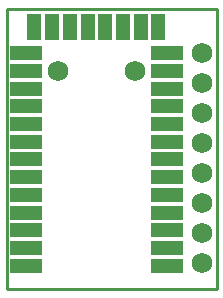
<source format=gts>
G04 Layer_Color=8388736*
%FSLAX25Y25*%
%MOIN*%
G70*
G01*
G75*
%ADD12C,0.01000*%
%ADD14R,0.10642X0.04737*%
%ADD15R,0.04737X0.08674*%
%ADD16C,0.06800*%
D12*
X-0Y0D02*
Y93504D01*
Y0D02*
X0Y0D01*
X70000D01*
Y93504D01*
X70000Y93504D02*
X70000Y93504D01*
X-0Y93504D02*
X70000D01*
D14*
X6256Y78740D02*
D03*
Y7874D02*
D03*
Y13780D02*
D03*
Y19685D02*
D03*
Y25591D02*
D03*
Y31496D02*
D03*
Y37402D02*
D03*
Y43307D02*
D03*
Y49213D02*
D03*
Y55118D02*
D03*
Y61024D02*
D03*
Y66929D02*
D03*
Y72835D02*
D03*
X53500Y7874D02*
D03*
Y78740D02*
D03*
Y72835D02*
D03*
Y66929D02*
D03*
Y61024D02*
D03*
Y55118D02*
D03*
Y49213D02*
D03*
Y43307D02*
D03*
Y37402D02*
D03*
Y31496D02*
D03*
Y25591D02*
D03*
Y19685D02*
D03*
Y13780D02*
D03*
D15*
X50547Y87599D02*
D03*
X9209Y87599D02*
D03*
X15114Y87599D02*
D03*
X21020D02*
D03*
X26925D02*
D03*
X32831D02*
D03*
X38736D02*
D03*
X44642Y87599D02*
D03*
D16*
X17083Y72835D02*
D03*
X42673D02*
D03*
X65000Y28740D02*
D03*
Y38740D02*
D03*
Y48740D02*
D03*
Y58740D02*
D03*
Y8740D02*
D03*
Y18740D02*
D03*
Y68740D02*
D03*
Y78740D02*
D03*
M02*

</source>
